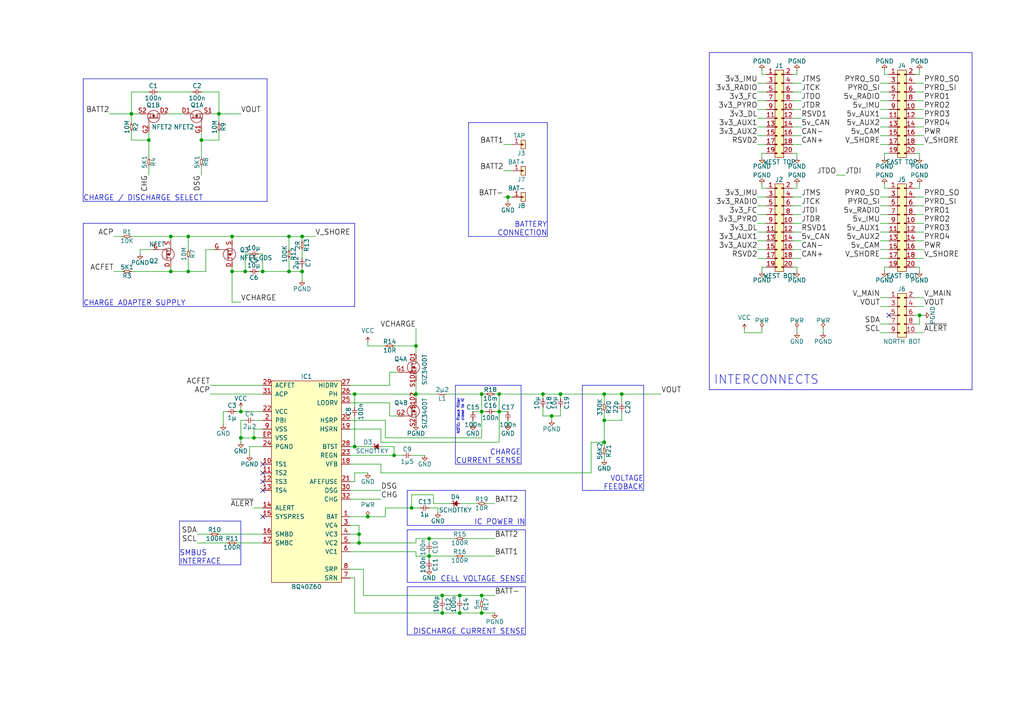
<source format=kicad_sch>
(kicad_sch (version 20230121) (generator eeschema)
  (paper "A4")
  (title_block (title "M3PSU Li-Ion Charger Board") (date "2017-01-07") (rev "2") (company "CU Spaceflight") (comment 1 "Drawn By: J Wood"))
  (junction (at 43.18 40.64))
  (junction (at 54.61 78.74))
  (junction (at 49.53 68.58))
  (junction (at 83.82 68.58))
  (junction (at 104.14 157.48))
  (junction (at 67.31 78.74))
  (junction (at 67.31 68.58))
  (junction (at 63.5 33.02))
  (junction (at 120.65 100.33))
  (junction (at 175.26 121.92))
  (junction (at 49.53 78.74))
  (junction (at 87.63 68.58))
  (junction (at 119.38 147.32))
  (junction (at 38.1 33.02))
  (junction (at 180.34 114.3))
  (junction (at 102.87 129.54))
  (junction (at 139.7 177.8))
  (junction (at 175.26 128.27))
  (junction (at 114.3 132.08))
  (junction (at 69.85 119.38))
  (junction (at 120.65 114.3))
  (junction (at 76.2 78.74))
  (junction (at 144.78 119.38))
  (junction (at 157.48 114.3))
  (junction (at 54.61 68.58))
  (junction (at 73.66 127))
  (junction (at 133.35 172.72))
  (junction (at 71.12 78.74))
  (junction (at 102.87 114.3))
  (junction (at 87.63 78.74))
  (junction (at 124.46 156.21))
  (junction (at 160.02 120.65))
  (junction (at 83.82 78.74))
  (junction (at 128.27 172.72))
  (junction (at 106.68 149.86))
  (junction (at 133.35 177.8))
  (junction (at 266.7 91.44))
  (junction (at 139.7 114.3))
  (junction (at 124.46 161.29))
  (junction (at 144.78 114.3))
  (junction (at 162.56 114.3))
  (junction (at 58.42 40.64))
  (junction (at 104.14 154.94))
  (junction (at 128.27 177.8))
  (junction (at 175.26 114.3))
  (junction (at 139.7 172.72))
  (junction (at 69.85 127))
  (junction (at 139.7 119.38))
  (junction (at 147.32 57.15))
  (no_connect (at 76.2 134.62))
  (no_connect (at 76.2 139.7))
  (no_connect (at 76.2 142.24))
  (no_connect (at 257.81 91.44))
  (no_connect (at 76.2 149.86))
  (no_connect (at 76.2 137.16))
  (wire (pts (xy 256.54 54.61) (xy 256.54 53.34)))
  (wire (pts (xy 220.98 54.61) (xy 222.25 54.61)))
  (wire (pts (xy 222.25 67.31) (xy 219.71 67.31)))
  (wire (pts (xy 119.38 147.32) (xy 121.92 147.32)))
  (wire (pts (xy 76.2 147.32) (xy 73.66 147.32)))
  (wire (pts (xy 231.14 21.59) (xy 231.14 20.32)))
  (wire (pts (xy 242.57 50.8) (xy 245.11 50.8)))
  (wire (pts (xy 255.27 69.85) (xy 257.81 69.85)))
  (wire (pts (xy 125.73 143.51) (xy 119.38 143.51)))
  (wire (pts (xy 101.6 124.46) (xy 110.49 124.46)))
  (wire (pts (xy 114.3 132.08) (xy 116.84 132.08)))
  (wire (pts (xy 222.25 57.15) (xy 219.71 57.15)))
  (wire (pts (xy 35.56 78.74) (xy 33.02 78.74)))
  (wire (pts (xy 266.7 44.45) (xy 266.7 45.72)))
  (wire (pts (xy 38.1 78.74) (xy 49.53 78.74)))
  (wire (pts (xy 76.2 129.54) (xy 72.39 129.54)))
  (wire (pts (xy 124.46 147.32) (xy 127 147.32)))
  (wire (pts (xy 102.87 118.11) (xy 102.87 114.3)))
  (wire (pts (xy 110.49 128.27) (xy 144.78 128.27)))
  (wire (pts (xy 104.14 152.4) (xy 104.14 154.94)))
  (wire (pts (xy 265.43 91.44) (xy 266.7 91.44)))
  (wire (pts (xy 120.65 95.25) (xy 120.65 100.33)))
  (wire (pts (xy 69.85 127) (xy 69.85 128.27)))
  (wire (pts (xy 147.32 57.15) (xy 148.59 57.15)))
  (wire (pts (xy 101.6 116.84) (xy 113.03 116.84)))
  (wire (pts (xy 104.14 154.94) (xy 104.14 157.48)))
  (wire (pts (xy 229.87 24.13) (xy 232.41 24.13)))
  (wire (pts (xy 238.76 95.25) (xy 238.76 96.52)))
  (wire (pts (xy 146.05 49.53) (xy 148.59 49.53)))
  (wire (pts (xy 257.81 86.36) (xy 255.27 86.36)))
  (wire (pts (xy 67.31 68.58) (xy 67.31 69.85)))
  (wire (pts (xy 222.25 24.13) (xy 219.71 24.13)))
  (wire (pts (xy 229.87 57.15) (xy 232.41 57.15)))
  (wire (pts (xy 265.43 86.36) (xy 267.97 86.36)))
  (wire (pts (xy 72.39 73.66) (xy 71.12 73.66)))
  (wire (pts (xy 87.63 77.47) (xy 87.63 78.74)))
  (wire (pts (xy 175.26 119.38) (xy 175.26 121.92)))
  (polyline (pts (xy 77.47 58.42) (xy 24.13 58.42)))
  (wire (pts (xy 76.2 78.74) (xy 83.82 78.74)))
  (wire (pts (xy 113.03 107.95) (xy 115.57 107.95)))
  (wire (pts (xy 38.1 33.02) (xy 40.64 33.02)))
  (wire (pts (xy 49.53 69.85) (xy 49.53 68.58)))
  (polyline (pts (xy 168.91 142.24) (xy 168.91 111.76)))
  (wire (pts (xy 139.7 119.38) (xy 140.97 119.38)))
  (wire (pts (xy 87.63 68.58) (xy 91.44 68.58)))
  (wire (pts (xy 265.43 41.91) (xy 267.97 41.91)))
  (wire (pts (xy 111.76 121.92) (xy 101.6 121.92)))
  (wire (pts (xy 67.31 77.47) (xy 67.31 78.74)))
  (polyline (pts (xy 158.75 68.58) (xy 135.89 68.58)))
  (wire (pts (xy 160.02 120.65) (xy 160.02 121.92)))
  (wire (pts (xy 73.66 124.46) (xy 73.66 127)))
  (wire (pts (xy 111.76 127) (xy 111.76 121.92)))
  (wire (pts (xy 255.27 59.69) (xy 257.81 59.69)))
  (wire (pts (xy 222.25 26.67) (xy 219.71 26.67)))
  (wire (pts (xy 63.5 33.02) (xy 63.5 35.56)))
  (wire (pts (xy 257.81 34.29) (xy 255.27 34.29)))
  (wire (pts (xy 71.12 121.92) (xy 69.85 121.92)))
  (wire (pts (xy 265.43 96.52) (xy 267.97 96.52)))
  (wire (pts (xy 231.14 44.45) (xy 231.14 45.72)))
  (wire (pts (xy 255.27 64.77) (xy 257.81 64.77)))
  (polyline (pts (xy 77.47 22.86) (xy 77.47 58.42)))
  (wire (pts (xy 69.85 119.38) (xy 76.2 119.38)))
  (wire (pts (xy 101.6 132.08) (xy 114.3 132.08)))
  (wire (pts (xy 76.2 114.3) (xy 60.96 114.3)))
  (polyline (pts (xy 152.4 152.4) (xy 152.4 142.24)))
  (wire (pts (xy 73.66 127) (xy 76.2 127)))
  (polyline (pts (xy 152.4 168.91) (xy 118.11 168.91)))
  (wire (pts (xy 54.61 68.58) (xy 54.61 72.39)))
  (wire (pts (xy 171.45 137.16) (xy 171.45 128.27)))
  (wire (pts (xy 101.6 149.86) (xy 106.68 149.86)))
  (wire (pts (xy 101.6 144.78) (xy 110.49 144.78)))
  (wire (pts (xy 229.87 29.21) (xy 232.41 29.21)))
  (wire (pts (xy 229.87 21.59) (xy 231.14 21.59)))
  (wire (pts (xy 180.34 119.38) (xy 180.34 121.92)))
  (wire (pts (xy 83.82 68.58) (xy 83.82 72.39)))
  (wire (pts (xy 265.43 36.83) (xy 267.97 36.83)))
  (wire (pts (xy 222.25 41.91) (xy 219.71 41.91)))
  (wire (pts (xy 71.12 73.66) (xy 71.12 78.74)))
  (wire (pts (xy 220.98 44.45) (xy 220.98 45.72)))
  (polyline (pts (xy 132.08 134.62) (xy 132.08 111.76)))
  (wire (pts (xy 133.35 146.05) (xy 138.43 146.05)))
  (wire (pts (xy 257.81 24.13) (xy 255.27 24.13)))
  (wire (pts (xy 101.6 129.54) (xy 102.87 129.54)))
  (wire (pts (xy 101.6 157.48) (xy 104.14 157.48)))
  (wire (pts (xy 128.27 172.72) (xy 128.27 173.99)))
  (wire (pts (xy 257.81 39.37) (xy 255.27 39.37)))
  (wire (pts (xy 229.87 26.67) (xy 232.41 26.67)))
  (wire (pts (xy 43.18 38.1) (xy 43.18 40.64)))
  (wire (pts (xy 102.87 177.8) (xy 128.27 177.8)))
  (wire (pts (xy 55.88 26.67) (xy 45.72 26.67)))
  (wire (pts (xy 68.58 157.48) (xy 76.2 157.48)))
  (wire (pts (xy 157.48 114.3) (xy 162.56 114.3)))
  (wire (pts (xy 257.81 29.21) (xy 255.27 29.21)))
  (wire (pts (xy 146.05 41.91) (xy 148.59 41.91)))
  (wire (pts (xy 125.73 146.05) (xy 125.73 143.51)))
  (wire (pts (xy 139.7 172.72) (xy 143.51 172.72)))
  (wire (pts (xy 266.7 91.44) (xy 267.97 91.44)))
  (wire (pts (xy 67.31 68.58) (xy 83.82 68.58)))
  (wire (pts (xy 222.25 59.69) (xy 219.71 59.69)))
  (wire (pts (xy 220.98 77.47) (xy 220.98 78.74)))
  (wire (pts (xy 134.62 161.29) (xy 143.51 161.29)))
  (wire (pts (xy 175.26 121.92) (xy 175.26 128.27)))
  (wire (pts (xy 180.34 114.3) (xy 191.77 114.3)))
  (wire (pts (xy 133.35 172.72) (xy 139.7 172.72)))
  (wire (pts (xy 71.12 78.74) (xy 72.39 78.74)))
  (wire (pts (xy 180.34 114.3) (xy 180.34 116.84)))
  (wire (pts (xy 60.96 33.02) (xy 63.5 33.02)))
  (polyline (pts (xy 152.4 184.15) (xy 152.4 170.18)))
  (wire (pts (xy 222.25 34.29) (xy 219.71 34.29)))
  (wire (pts (xy 257.81 21.59) (xy 256.54 21.59)))
  (wire (pts (xy 137.16 121.92) (xy 137.16 123.19)))
  (wire (pts (xy 69.85 119.38) (xy 69.85 118.11)))
  (wire (pts (xy 83.82 78.74) (xy 87.63 78.74)))
  (polyline (pts (xy 205.74 113.03) (xy 281.94 113.03)))
  (polyline (pts (xy 52.07 163.83) (xy 52.07 151.13)))
  (wire (pts (xy 104.14 154.94) (xy 101.6 154.94)))
  (wire (pts (xy 67.31 78.74) (xy 67.31 87.63)))
  (polyline (pts (xy 24.13 64.77) (xy 102.87 64.77)))
  (polyline (pts (xy 69.85 163.83) (xy 52.07 163.83)))
  (wire (pts (xy 49.53 68.58) (xy 54.61 68.58)))
  (wire (pts (xy 265.43 54.61) (xy 266.7 54.61)))
  (wire (pts (xy 265.43 88.9) (xy 267.97 88.9)))
  (wire (pts (xy 146.05 57.15) (xy 147.32 57.15)))
  (wire (pts (xy 231.14 95.25) (xy 231.14 96.52)))
  (wire (pts (xy 113.03 111.76) (xy 113.03 107.95)))
  (polyline (pts (xy 152.4 142.24) (xy 118.11 142.24)))
  (wire (pts (xy 143.51 114.3) (xy 144.78 114.3)))
  (wire (pts (xy 76.2 111.76) (xy 60.96 111.76)))
  (wire (pts (xy 38.1 33.02) (xy 38.1 35.56)))
  (polyline (pts (xy 118.11 152.4) (xy 152.4 152.4)))
  (wire (pts (xy 144.78 119.38) (xy 147.32 119.38)))
  (wire (pts (xy 175.26 114.3) (xy 175.26 116.84)))
  (wire (pts (xy 175.26 132.08) (xy 175.26 133.35)))
  (polyline (pts (xy 152.4 153.67) (xy 152.4 168.91)))
  (wire (pts (xy 128.27 176.53) (xy 128.27 177.8)))
  (wire (pts (xy 101.6 165.1) (xy 105.41 165.1)))
  (wire (pts (xy 54.61 78.74) (xy 54.61 74.93)))
  (polyline (pts (xy 132.08 111.76) (xy 151.13 111.76)))
  (wire (pts (xy 229.87 62.23) (xy 232.41 62.23)))
  (wire (pts (xy 180.34 121.92) (xy 175.26 121.92)))
  (wire (pts (xy 54.61 78.74) (xy 59.69 78.74)))
  (wire (pts (xy 139.7 119.38) (xy 139.7 127)))
  (wire (pts (xy 43.18 26.67) (xy 38.1 26.67)))
  (wire (pts (xy 74.93 73.66) (xy 76.2 73.66)))
  (wire (pts (xy 229.87 69.85) (xy 232.41 69.85)))
  (wire (pts (xy 68.58 119.38) (xy 69.85 119.38)))
  (wire (pts (xy 59.69 72.39) (xy 59.69 78.74)))
  (wire (pts (xy 229.87 67.31) (xy 232.41 67.31)))
  (wire (pts (xy 63.5 154.94) (xy 76.2 154.94)))
  (wire (pts (xy 229.87 44.45) (xy 231.14 44.45)))
  (wire (pts (xy 265.43 24.13) (xy 267.97 24.13)))
  (wire (pts (xy 83.82 68.58) (xy 87.63 68.58)))
  (wire (pts (xy 257.81 88.9) (xy 255.27 88.9)))
  (polyline (pts (xy 151.13 111.76) (xy 151.13 134.62)))
  (wire (pts (xy 222.25 64.77) (xy 219.71 64.77)))
  (wire (pts (xy 123.19 132.08) (xy 119.38 132.08)))
  (wire (pts (xy 257.81 72.39) (xy 255.27 72.39)))
  (polyline (pts (xy 118.11 170.18) (xy 118.11 184.15)))
  (polyline (pts (xy 205.74 15.24) (xy 205.74 113.03)))
  (wire (pts (xy 120.65 157.48) (xy 120.65 156.21)))
  (wire (pts (xy 66.04 157.48) (xy 57.15 157.48)))
  (wire (pts (xy 220.98 21.59) (xy 222.25 21.59)))
  (wire (pts (xy 257.81 67.31) (xy 255.27 67.31)))
  (polyline (pts (xy 152.4 170.18) (xy 118.11 170.18)))
  (wire (pts (xy 157.48 118.11) (xy 157.48 120.65)))
  (wire (pts (xy 219.71 39.37) (xy 222.25 39.37)))
  (wire (pts (xy 67.31 78.74) (xy 71.12 78.74)))
  (wire (pts (xy 113.03 116.84) (xy 113.03 120.65)))
  (wire (pts (xy 139.7 176.53) (xy 139.7 177.8)))
  (wire (pts (xy 69.85 121.92) (xy 69.85 127)))
  (wire (pts (xy 60.96 154.94) (xy 57.15 154.94)))
  (polyline (pts (xy 118.11 168.91) (xy 118.11 153.67)))
  (wire (pts (xy 110.49 129.54) (xy 114.3 129.54)))
  (wire (pts (xy 38.1 68.58) (xy 49.53 68.58)))
  (wire (pts (xy 63.5 33.02) (xy 69.85 33.02)))
  (wire (pts (xy 140.97 146.05) (xy 143.51 146.05)))
  (wire (pts (xy 171.45 128.27) (xy 175.26 128.27)))
  (wire (pts (xy 111.76 149.86) (xy 111.76 147.32)))
  (wire (pts (xy 255.27 36.83) (xy 257.81 36.83)))
  (wire (pts (xy 267.97 59.69) (xy 265.43 59.69)))
  (wire (pts (xy 128.27 177.8) (xy 133.35 177.8)))
  (wire (pts (xy 111.76 147.32) (xy 119.38 147.32)))
  (wire (pts (xy 69.85 127) (xy 73.66 127)))
  (wire (pts (xy 256.54 21.59) (xy 256.54 20.32)))
  (wire (pts (xy 267.97 39.37) (xy 265.43 39.37)))
  (wire (pts (xy 76.2 124.46) (xy 73.66 124.46)))
  (wire (pts (xy 137.16 119.38) (xy 139.7 119.38)))
  (wire (pts (xy 102.87 129.54) (xy 107.95 129.54)))
  (wire (pts (xy 215.9 95.25) (xy 215.9 96.52)))
  (wire (pts (xy 87.63 72.39) (xy 87.63 74.93)))
  (wire (pts (xy 257.81 96.52) (xy 255.27 96.52)))
  (wire (pts (xy 257.81 57.15) (xy 255.27 57.15)))
  (wire (pts (xy 256.54 44.45) (xy 256.54 45.72)))
  (wire (pts (xy 83.82 78.74) (xy 83.82 74.93)))
  (wire (pts (xy 157.48 114.3) (xy 157.48 115.57)))
  (wire (pts (xy 265.43 69.85) (xy 267.97 69.85)))
  (wire (pts (xy 58.42 48.26) (xy 58.42 50.8)))
  (wire (pts (xy 120.65 110.49) (xy 120.65 114.3)))
  (wire (pts (xy 229.87 59.69) (xy 232.41 59.69)))
  (wire (pts (xy 229.87 36.83) (xy 232.41 36.83)))
  (wire (pts (xy 266.7 54.61) (xy 266.7 53.34)))
  (wire (pts (xy 139.7 177.8) (xy 143.51 177.8)))
  (wire (pts (xy 265.43 57.15) (xy 267.97 57.15)))
  (polyline (pts (xy 102.87 88.9) (xy 24.13 88.9)))
  (wire (pts (xy 101.6 114.3) (xy 102.87 114.3)))
  (wire (pts (xy 58.42 38.1) (xy 58.42 40.64)))
  (wire (pts (xy 101.6 152.4) (xy 104.14 152.4)))
  (wire (pts (xy 40.64 72.39) (xy 44.45 72.39)))
  (polyline (pts (xy 118.11 184.15) (xy 152.4 184.15)))
  (polyline (pts (xy 281.94 15.24) (xy 205.74 15.24)))
  (wire (pts (xy 255.27 74.93) (xy 257.81 74.93)))
  (polyline (pts (xy 186.69 111.76) (xy 186.69 142.24)))
  (wire (pts (xy 257.81 44.45) (xy 256.54 44.45)))
  (wire (pts (xy 124.46 161.29) (xy 132.08 161.29)))
  (wire (pts (xy 266.7 21.59) (xy 266.7 20.32)))
  (wire (pts (xy 215.9 96.52) (xy 220.98 96.52)))
  (wire (pts (xy 58.42 40.64) (xy 58.42 45.72)))
  (wire (pts (xy 267.97 31.75) (xy 265.43 31.75)))
  (wire (pts (xy 143.51 119.38) (xy 144.78 119.38)))
  (wire (pts (xy 54.61 68.58) (xy 67.31 68.58)))
  (polyline (pts (xy 24.13 88.9) (xy 24.13 64.77)))
  (wire (pts (xy 74.93 78.74) (xy 76.2 78.74)))
  (wire (pts (xy 162.56 120.65) (xy 162.56 118.11)))
  (wire (pts (xy 66.04 119.38) (xy 64.77 119.38)))
  (wire (pts (xy 144.78 114.3) (xy 157.48 114.3)))
  (wire (pts (xy 147.32 57.15) (xy 147.32 58.42)))
  (wire (pts (xy 119.38 143.51) (xy 119.38 147.32)))
  (wire (pts (xy 229.87 41.91) (xy 232.41 41.91)))
  (wire (pts (xy 267.97 26.67) (xy 265.43 26.67)))
  (wire (pts (xy 267.97 72.39) (xy 265.43 72.39)))
  (wire (pts (xy 120.65 161.29) (xy 124.46 161.29)))
  (wire (pts (xy 110.49 137.16) (xy 171.45 137.16)))
  (polyline (pts (xy 168.91 111.76) (xy 186.69 111.76)))
  (wire (pts (xy 114.3 100.33) (xy 120.65 100.33)))
  (wire (pts (xy 266.7 93.98) (xy 266.7 91.44)))
  (wire (pts (xy 73.66 121.92) (xy 76.2 121.92)))
  (wire (pts (xy 101.6 142.24) (xy 110.49 142.24)))
  (wire (pts (xy 231.14 54.61) (xy 231.14 53.34)))
  (wire (pts (xy 49.53 78.74) (xy 54.61 78.74)))
  (wire (pts (xy 72.39 129.54) (xy 72.39 132.08)))
  (wire (pts (xy 231.14 77.47) (xy 231.14 78.74)))
  (wire (pts (xy 120.65 156.21) (xy 124.46 156.21)))
  (wire (pts (xy 229.87 72.39) (xy 232.41 72.39)))
  (wire (pts (xy 133.35 176.53) (xy 133.35 177.8)))
  (polyline (pts (xy 281.94 113.03) (xy 281.94 15.24)))
  (wire (pts (xy 222.25 44.45) (xy 220.98 44.45)))
  (polyline (pts (xy 118.11 142.24) (xy 118.11 152.4)))
  (wire (pts (xy 265.43 21.59) (xy 266.7 21.59)))
  (wire (pts (xy 110.49 134.62) (xy 110.49 137.16)))
  (wire (pts (xy 256.54 77.47) (xy 256.54 78.74)))
  (wire (pts (xy 162.56 114.3) (xy 162.56 115.57)))
  (wire (pts (xy 222.25 69.85) (xy 219.71 69.85)))
  (wire (pts (xy 162.56 114.3) (xy 175.26 114.3)))
  (wire (pts (xy 120.65 114.3) (xy 120.65 115.57)))
  (wire (pts (xy 229.87 64.77) (xy 232.41 64.77)))
  (wire (pts (xy 101.6 111.76) (xy 113.03 111.76)))
  (wire (pts (xy 220.98 96.52) (xy 220.98 95.25)))
  (wire (pts (xy 139.7 114.3) (xy 139.7 119.38)))
  (wire (pts (xy 43.18 48.26) (xy 43.18 50.8)))
  (wire (pts (xy 133.35 172.72) (xy 133.35 173.99)))
  (wire (pts (xy 35.56 68.58) (xy 33.02 68.58)))
  (polyline (pts (xy 118.11 153.67) (xy 152.4 153.67)))
  (wire (pts (xy 222.25 74.93) (xy 219.71 74.93)))
  (wire (pts (xy 124.46 161.29) (xy 124.46 162.56)))
  (wire (pts (xy 220.98 53.34) (xy 220.98 54.61)))
  (polyline (pts (xy 24.13 58.42) (xy 24.13 22.86)))
  (wire (pts (xy 139.7 172.72) (xy 139.7 173.99)))
  (wire (pts (xy 31.75 33.02) (xy 38.1 33.02)))
  (wire (pts (xy 267.97 64.77) (xy 265.43 64.77)))
  (polyline (pts (xy 24.13 22.86) (xy 77.47 22.86)))
  (wire (pts (xy 229.87 39.37) (xy 232.41 39.37)))
  (wire (pts (xy 144.78 114.3) (xy 144.78 119.38)))
  (wire (pts (xy 87.63 68.58) (xy 87.63 69.85)))
  (wire (pts (xy 130.81 146.05) (xy 125.73 146.05)))
  (wire (pts (xy 63.5 26.67) (xy 63.5 33.02)))
  (wire (pts (xy 265.43 44.45) (xy 266.7 44.45)))
  (polyline (pts (xy 52.07 151.13) (xy 69.85 151.13)))
  (wire (pts (xy 257.81 93.98) (xy 255.27 93.98)))
  (wire (pts (xy 255.27 31.75) (xy 257.81 31.75)))
  (wire (pts (xy 255.27 26.67) (xy 257.81 26.67)))
  (wire (pts (xy 63.5 40.64) (xy 58.42 40.64)))
  (wire (pts (xy 67.31 87.63) (xy 69.85 87.63)))
  (wire (pts (xy 255.27 41.91) (xy 257.81 41.91)))
  (wire (pts (xy 102.87 114.3) (xy 120.65 114.3)))
  (wire (pts (xy 106.68 99.06) (xy 106.68 100.33)))
  (wire (pts (xy 64.77 119.38) (xy 64.77 123.19)))
  (polyline (pts (xy 135.89 68.58) (xy 135.89 35.56)))
  (wire (pts (xy 105.41 165.1) (xy 105.41 172.72)))
  (wire (pts (xy 62.23 72.39) (xy 59.69 72.39)))
  (wire (pts (xy 175.26 128.27) (xy 175.26 129.54)))
  (polyline (pts (xy 151.13 134.62) (xy 132.08 134.62)))
  (wire (pts (xy 124.46 157.48) (xy 124.46 156.21)))
  (wire (pts (xy 257.81 62.23) (xy 255.27 62.23)))
  (wire (pts (xy 144.78 119.38) (xy 144.78 128.27)))
  (wire (pts (xy 43.18 40.64) (xy 43.18 45.72)))
  (wire (pts (xy 139.7 127) (xy 111.76 127)))
  (wire (pts (xy 101.6 139.7) (xy 102.87 139.7)))
  (wire (pts (xy 124.46 156.21) (xy 132.08 156.21)))
  (wire (pts (xy 229.87 54.61) (xy 231.14 54.61)))
  (wire (pts (xy 102.87 137.16) (xy 106.68 137.16)))
  (wire (pts (xy 157.48 120.65) (xy 160.02 120.65)))
  (wire (pts (xy 40.64 73.66) (xy 40.64 72.39)))
  (wire (pts (xy 229.87 34.29) (xy 232.41 34.29)))
  (wire (pts (xy 257.81 54.61) (xy 256.54 54.61)))
  (wire (pts (xy 38.1 40.64) (xy 43.18 40.64)))
  (wire (pts (xy 265.43 29.21) (xy 267.97 29.21)))
  (wire (pts (xy 229.87 77.47) (xy 231.14 77.47)))
  (wire (pts (xy 257.81 77.47) (xy 256.54 77.47)))
  (wire (pts (xy 222.25 62.23) (xy 219.71 62.23)))
  (polyline (pts (xy 186.69 142.24) (xy 168.91 142.24)))
  (wire (pts (xy 265.43 67.31) (xy 267.97 67.31)))
  (wire (pts (xy 120.65 114.3) (xy 127 114.3)))
  (wire (pts (xy 143.51 156.21) (xy 134.62 156.21)))
  (wire (pts (xy 105.41 172.72) (xy 128.27 172.72)))
  (polyline (pts (xy 69.85 151.13) (xy 69.85 163.83)))
  (wire (pts (xy 129.54 114.3) (xy 139.7 114.3)))
  (wire (pts (xy 265.43 93.98) (xy 266.7 93.98)))
  (wire (pts (xy 160.02 120.65) (xy 162.56 120.65)))
  (wire (pts (xy 222.25 36.83) (xy 219.71 36.83)))
  (wire (pts (xy 87.63 78.74) (xy 87.63 81.28)))
  (wire (pts (xy 220.98 20.32) (xy 220.98 21.59)))
  (wire (pts (xy 38.1 26.67) (xy 38.1 33.02)))
  (wire (pts (xy 58.42 26.67) (xy 63.5 26.67)))
  (wire (pts (xy 219.71 72.39) (xy 222.25 72.39)))
  (wire (pts (xy 110.49 124.46) (xy 110.49 128.27)))
  (wire (pts (xy 106.68 149.86) (xy 111.76 149.86)))
  (wire (pts (xy 229.87 31.75) (xy 232.41 31.75)))
  (wire (pts (xy 128.27 172.72) (xy 133.35 172.72)))
  (wire (pts (xy 265.43 34.29) (xy 267.97 34.29)))
  (polyline (pts (xy 135.89 35.56) (xy 158.75 35.56)))
  (wire (pts (xy 222.25 31.75) (xy 219.71 31.75)))
  (wire (pts (xy 76.2 73.66) (xy 76.2 78.74)))
  (wire (pts (xy 133.35 177.8) (xy 139.7 177.8)))
  (wire (pts (xy 101.6 160.02) (xy 120.65 160.02)))
  (wire (pts (xy 63.5 38.1) (xy 63.5 40.64)))
  (wire (pts (xy 139.7 114.3) (xy 140.97 114.3)))
  (wire (pts (xy 229.87 74.93) (xy 232.41 74.93)))
  (wire (pts (xy 266.7 77.47) (xy 266.7 78.74)))
  (wire (pts (xy 102.87 139.7) (xy 102.87 137.16)))
  (wire (pts (xy 102.87 167.64) (xy 102.87 177.8)))
  (wire (pts (xy 104.14 157.48) (xy 120.65 157.48)))
  (polyline (pts (xy 158.75 35.56) (xy 158.75 68.58)))
  (wire (pts (xy 113.03 120.65) (xy 115.57 120.65)))
  (wire (pts (xy 48.26 33.02) (xy 53.34 33.02)))
  (wire (pts (xy 222.25 29.21) (xy 219.71 29.21)))
  (wire (pts (xy 265.43 62.23) (xy 267.97 62.23)))
  (wire (pts (xy 127 147.32) (xy 127 148.59)))
  (wire (pts (xy 120.65 160.02) (xy 120.65 161.29)))
  (wire (pts (xy 38.1 38.1) (xy 38.1 40.64)))
  (wire (pts (xy 49.53 77.47) (xy 49.53 78.74)))
  (polyline (pts (xy 102.87 64.77) (xy 102.87 88.9)))
  (wire (pts (xy 120.65 100.33) (xy 120.65 102.87)))
  (wire (pts (xy 265.43 74.93) (xy 267.97 74.93)))
  (wire (pts (xy 124.46 160.02) (xy 124.46 161.29)))
  (wire (pts (xy 265.43 77.47) (xy 266.7 77.47)))
  (wire (pts (xy 106.68 100.33) (xy 111.76 100.33)))
  (wire (pts (xy 102.87 129.54) (xy 102.87 120.65)))
  (wire (pts (xy 222.25 77.47) (xy 220.98 77.47)))
  (wire (pts (xy 147.32 121.92) (xy 147.32 123.19)))
  (wire (pts (xy 114.3 129.54) (xy 114.3 132.08)))
  (wire (pts (xy 101.6 134.62) (xy 110.49 134.62)))
  (wire (pts (xy 101.6 167.64) (xy 102.87 167.64)))
  (wire (pts (xy 175.26 114.3) (xy 180.34 114.3)))
  (text "SMBUS\nINTERFACE" (at 52.07 163.83 0) (effects (font (size 1.524 1.524)) (justify left bottom)))
  (text "CELL VOLTAGE SENSE" (at 152.4 168.91 0) (effects (font (size 1.524 1.524)) (justify right bottom)))
  (text "IC POWER IN" (at 152.4 152.4 0) (effects (font (size 1.524 1.524)) (justify right bottom)))
  (text "NOTE: Place filter\nclose to IC" (at 134.62 115.57 90) (effects (font (size 0.762 0.762)) (justify right bottom)))
  (text "VOLTAGE\nFEEDBACK" (at 186.69 142.24 0) (effects (font (size 1.524 1.524)) (justify right bottom)))
  (text "INTERCONNECTS" (at 207.01 111.76 0) (effects (font (size 2.54 2.54)) (justify left bottom)))
  (text "CHARGE\nCURRENT SENSE" (at 151.13 134.62 0) (effects (font (size 1.524 1.524)) (justify right bottom)))
  (text "DISCHARGE CURRENT SENSE" (at 152.4 184.15 0) (effects (font (size 1.524 1.524)) (justify right bottom)))
  (text "CHARGE ADAPTER SUPPLY" (at 24.13 88.9 0) (effects (font (size 1.524 1.524)) (justify left bottom)))
  (text "CHARGE / DISCHARGE SELECT" (at 24.13 58.42 0) (effects (font (size 1.524 1.524)) (justify left bottom)))
  (text "BATTERY\nCONNECTION" (at 158.75 68.58 0) (effects (font (size 1.524 1.524)) (justify right bottom)))
  (label "BATT1" (at 146.05 41.91 180) (effects (font (size 1.524 1.524))))
  (label "3v3_RADIO" (at 219.71 26.67 180) (effects (font (size 1.524 1.524))))
  (label "PYRO_SO" (at 255.27 24.13 180) (effects (font (size 1.524 1.524))))
  (label "3v3_RADIO" (at 219.71 59.69 180) (effects (font (size 1.524 1.524))))
  (label "~{ALERT}" (at 267.97 96.52 0) (effects (font (size 1.524 1.524))))
  (label "3v3_IMU" (at 219.71 24.13 180) (effects (font (size 1.524 1.524))))
  (label "BATT-" (at 143.51 172.72 0) (effects (font (size 1.524 1.524))))
  (label "5v_AUX2" (at 255.27 69.85 180) (effects (font (size 1.524 1.524))))
  (label "SCL" (at 57.15 157.48 180) (effects (font (size 1.524 1.524))))
  (label "V_SHORE" (at 255.27 41.91 180) (effects (font (size 1.524 1.524))))
  (label "VCHARGE" (at 69.85 87.63 0) (effects (font (size 1.524 1.524))))
  (label "CHG" (at 43.18 50.8 270) (effects (font (size 1.524 1.524))))
  (label "BATT2" (at 143.51 146.05 0) (effects (font (size 1.524 1.524))))
  (label "BATT2" (at 146.05 49.53 180) (effects (font (size 1.524 1.524))))
  (label "PYRO1" (at 267.97 29.21 0) (effects (font (size 1.524 1.524))))
  (label "BATT2" (at 143.51 156.21 0) (effects (font (size 1.524 1.524))))
  (label "JTDO" (at 242.57 50.8 180) (effects (font (size 1.524 1.524))))
  (label "3v3_AUX2" (at 219.71 72.39 180) (effects (font (size 1.524 1.524))))
  (label "JTDI" (at 245.11 50.8 0) (effects (font (size 1.524 1.524))))
  (label "V_SHORE" (at 255.27 74.93 180) (effects (font (size 1.524 1.524))))
  (label "V_MAIN" (at 255.27 86.36 180) (effects (font (size 1.524 1.524))))
  (label "SDA" (at 255.27 93.98 180) (effects (font (size 1.524 1.524))))
  (label "CAN+" (at 232.41 74.93 0) (effects (font (size 1.524 1.524))))
  (label "DSG" (at 58.42 50.8 270) (effects (font (size 1.524 1.524))))
  (label "VOUT" (at 69.85 33.02 0) (effects (font (size 1.524 1.524))))
  (label "RSVD2" (at 219.71 74.93 180) (effects (font (size 1.524 1.524))))
  (label "5v_AUX2" (at 255.27 36.83 180) (effects (font (size 1.524 1.524))))
  (label "PYRO_SI" (at 267.97 59.69 0) (effects (font (size 1.524 1.524))))
  (label "5v_CAM" (at 255.27 72.39 180) (effects (font (size 1.524 1.524))))
  (label "5v_IMU" (at 255.27 31.75 180) (effects (font (size 1.524 1.524))))
  (label "5v_CAM" (at 255.27 39.37 180) (effects (font (size 1.524 1.524))))
  (label "V_SHORE" (at 91.44 68.58 0) (effects (font (size 1.524 1.524))))
  (label "ACP" (at 60.96 114.3 180) (effects (font (size 1.524 1.524))))
  (label "JTCK" (at 232.41 59.69 0) (effects (font (size 1.524 1.524))))
  (label "JTMS" (at 232.41 24.13 0) (effects (font (size 1.524 1.524))))
  (label "5v_RADIO" (at 255.27 29.21 180) (effects (font (size 1.524 1.524))))
  (label "RSVD2" (at 219.71 41.91 180) (effects (font (size 1.524 1.524))))
  (label "BATT-" (at 146.05 57.15 180) (effects (font (size 1.524 1.524))))
  (label "PYRO_SO" (at 267.97 57.15 0) (effects (font (size 1.524 1.524))))
  (label "V_SHORE" (at 267.97 41.91 0) (effects (font (size 1.524 1.524))))
  (label "SDA" (at 57.15 154.94 180) (effects (font (size 1.524 1.524))))
  (label "PWR" (at 267.97 39.37 0) (effects (font (size 1.524 1.524))))
  (label "5v_IMU" (at 255.27 64.77 180) (effects (font (size 1.524 1.524))))
  (label "3v3_AUX1" (at 219.71 36.83 180) (effects (font (size 1.524 1.524))))
  (label "PYRO2" (at 267.97 31.75 0) (effects (font (size 1.524 1.524))))
  (label "PYRO3" (at 267.97 67.31 0) (effects (font (size 1.524 1.524))))
  (label "PYRO_SI" (at 267.97 26.67 0) (effects (font (size 1.524 1.524))))
  (label "JTDO" (at 232.41 29.21 0) (effects (font (size 1.524 1.524))))
  (label "JTDI" (at 232.41 62.23 0) (effects (font (size 1.524 1.524))))
  (label "V_SHORE" (at 267.97 74.93 0) (effects (font (size 1.524 1.524))))
  (label "ACFET" (at 33.02 78.74 180) (effects (font (size 1.524 1.524))))
  (label "VOUT" (at 191.77 114.3 0) (effects (font (size 1.524 1.524))))
  (label "3v3_PYRO" (at 219.71 64.77 180) (effects (font (size 1.524 1.524))))
  (label "5v_CAN" (at 232.41 36.83 0) (effects (font (size 1.524 1.524))))
  (label "3v3_AUX1" (at 219.71 69.85 180) (effects (font (size 1.524 1.524))))
  (label "PYRO_SO" (at 255.27 57.15 180) (effects (font (size 1.524 1.524))))
  (label "3v3_IMU" (at 219.71 57.15 180) (effects (font (size 1.524 1.524))))
  (label "5v_CAN" (at 232.41 69.85 0) (effects (font (size 1.524 1.524))))
  (label "CHG" (at 110.49 144.78 0) (effects (font (size 1.524 1.524))))
  (label "PYRO_SI" (at 255.27 26.67 180) (effects (font (size 1.524 1.524))))
  (label "3v3_PYRO" (at 219.71 31.75 180) (effects (font (size 1.524 1.524))))
  (label "PYRO2" (at 267.97 64.77 0) (effects (font (size 1.524 1.524))))
  (label "DSG" (at 110.49 142.24 0) (effects (font (size 1.524 1.524))))
  (label "BATT1" (at 143.51 161.29 0) (effects (font (size 1.524 1.524))))
  (label "VOUT" (at 267.97 88.9 0) (effects (font (size 1.524 1.524))))
  (label "3v3_DL" (at 219.71 67.31 180) (effects (font (size 1.524 1.524))))
  (label "5v_AUX1" (at 255.27 67.31 180) (effects (font (size 1.524 1.524))))
  (label "~{ALERT}" (at 73.66 147.32 180) (effects (font (size 1.524 1.524))))
  (label "PYRO_SI" (at 255.27 59.69 180) (effects (font (size 1.524 1.524))))
  (label "5v_RADIO" (at 255.27 62.23 180) (effects (font (size 1.524 1.524))))
  (label "VOUT" (at 255.27 88.9 180) (effects (font (size 1.524 1.524))))
  (label "CAN+" (at 232.41 41.91 0) (effects (font (size 1.524 1.524))))
  (label "PYRO_SO" (at 267.97 24.13 0) (effects (font (size 1.524 1.524))))
  (label "JTCK" (at 232.41 26.67 0) (effects (font (size 1.524 1.524))))
  (label "PYRO3" (at 267.97 34.29 0) (effects (font (size 1.524 1.524))))
  (label "PWR" (at 267.97 72.39 0) (effects (font (size 1.524 1.524))))
  (label "3v3_AUX2" (at 219.71 39.37 180) (effects (font (size 1.524 1.524))))
  (label "ACFET" (at 60.96 111.76 180) (effects (font (size 1.524 1.524))))
  (label "VCHARGE" (at 120.65 95.25 180) (effects (font (size 1.524 1.524))))
  (label "JTDR" (at 232.41 64.77 0) (effects (font (size 1.524 1.524))))
  (label "CAN-" (at 232.41 39.37 0) (effects (font (size 1.524 1.524))))
  (label "PYRO4" (at 267.97 69.85 0) (effects (font (size 1.524 1.524))))
  (label "5v_AUX1" (at 255.27 34.29 180) (effects (font (size 1.524 1.524))))
  (label "SCL" (at 255.27 96.52 180) (effects (font (size 1.524 1.524))))
  (label "RSVD1" (at 232.41 34.29 0) (effects (font (size 1.524 1.524))))
  (label "BATT2" (at 31.75 33.02 180) (effects (font (size 1.524 1.524))))
  (label "RSVD1" (at 232.41 67.31 0) (effects (font (size 1.524 1.524))))
  (label "3v3_FC" (at 219.71 62.23 180) (effects (font (size 1.524 1.524))))
  (label "JTDR" (at 232.41 31.75 0) (effects (font (size 1.524 1.524))))
  (label "JTMS" (at 232.41 57.15 0) (effects (font (size 1.524 1.524))))
  (label "V_MAIN" (at 267.97 86.36 0) (effects (font (size 1.524 1.524))))
  (label "3v3_FC" (at 219.71 29.21 180) (effects (font (size 1.524 1.524))))
  (label "PYRO1" (at 267.97 62.23 0) (effects (font (size 1.524 1.524))))
  (label "3v3_DL" (at 219.71 34.29 180) (effects (font (size 1.524 1.524))))
  (label "CAN-" (at 232.41 72.39 0) (effects (font (size 1.524 1.524))))
  (label "ACP" (at 33.02 68.58 180) (effects (font (size 1.524 1.524))))
  (label "PYRO4" (at 267.97 36.83 0) (effects (font (size 1.524 1.524))))
  (symbol (lib_id "Li-Ion-Charger-Board-rescue:GND") (at 231.14 96.52 0) (unit 1)
    (property "Reference" "#PWR01" (effects hide))
    (property "Value" "GND" (at 231.14 99.06 0))
  )
  (symbol (lib_id "Li-Ion-Charger-Board-rescue:PWR") (at 231.14 95.25 0) (unit 1)
    (property "Reference" "#FLG02" (effects hide))
    (property "Value" "PWR" (at 231.14 92.964 0))
  )
  (symbol (lib_id "Li-Ion-Charger-Board-rescue:CONN_02x10") (at 227.33 21.59 0) (unit 1)
    (property "Reference" "J1" (at 224.79 19.05 0) (effects (justify left)))
    (property "Value" "WEST TOP" (at 226.06 46.99 0))
    (property "Footprint" "agg:TFML-110-02-L-D" (effects hide))
    (property "Samtec" "TFML-110-02-L-D" (effects hide))
  )
  (symbol (lib_id "Li-Ion-Charger-Board-rescue:CONN_02x10") (at 262.89 21.59 0) (unit 1)
    (property "Reference" "J4" (at 260.35 19.05 0) (effects (justify left)))
    (property "Value" "EAST TOP" (at 261.62 46.99 0))
    (property "Footprint" "agg:TFML-110-02-L-D" (effects hide))
    (property "Samtec" "TFML-110-02-L-D" (effects hide))
  )
  (symbol (lib_id "Li-Ion-Charger-Board-rescue:CONN_02x10") (at 227.33 54.61 0) (unit 1)
    (property "Reference" "J2" (at 224.79 52.07 0) (effects (justify left)))
    (property "Value" "WEST BOT" (at 226.06 80.01 0))
    (property "Footprint" "agg:SFML-110-02-L-D-LC" (effects hide))
    (property "Samtec" "SFML-110-02-L-D-LC" (effects hide))
  )
  (symbol (lib_id "Li-Ion-Charger-Board-rescue:CONN_02x10") (at 262.89 54.61 0) (unit 1)
    (property "Reference" "J5" (at 260.35 52.07 0) (effects (justify left)))
    (property "Value" "EAST BOT" (at 261.62 80.01 0))
    (property "Footprint" "agg:SFML-110-02-L-D-LC" (effects hide))
    (property "Samtec" "SFML-110-02-L-D-LC" (effects hide))
  )
  (symbol (lib_id "Li-Ion-Charger-Board-rescue:CONN_02x05") (at 262.89 86.36 0) (unit 1)
    (property "Reference" "J6" (at 260.35 83.82 0) (effects (justify left)))
    (property "Value" "NORTH BOT" (at 261.62 99.06 0))
    (property "Footprint" "agg:SFML-105-02-L-D-LC" (effects hide))
    (property "Samtec" "SFML-105-02-L-D-LC" (effects hide))
  )
  (symbol (lib_id "Li-Ion-Charger-Board-rescue:CONN_01x01") (at 151.13 41.91 180) (unit 1)
    (property "Reference" "J3" (at 152.4 44.45 0) (effects (justify left)))
    (property "Value" "TAP" (at 152.4 39.37 0) (effects (justify left)))
    (property "Footprint" "agg:SIL-254P-01" (effects hide))
  )
  (symbol (lib_id "Li-Ion-Charger-Board-rescue:CONN_01x01") (at 151.13 49.53 180) (unit 1)
    (property "Reference" "J7" (at 152.4 52.07 0) (effects (justify left)))
    (property "Value" "BAT+" (at 152.4 46.99 0) (effects (justify left)))
    (property "Footprint" "agg:SIL-254P-01" (effects hide))
  )
  (symbol (lib_id "Li-Ion-Charger-Board-rescue:CONN_01x01") (at 151.13 57.15 180) (unit 1)
    (property "Reference" "J8" (at 152.4 59.69 0) (effects (justify left)))
    (property "Value" "BAT-" (at 152.4 54.61 0) (effects (justify left)))
    (property "Footprint" "agg:SIL-254P-01" (effects hide))
  )
  (symbol (lib_id "Li-Ion-Charger-Board-rescue:GND") (at 147.32 58.42 0) (unit 1)
    (property "Reference" "#PWR03" (effects hide))
    (property "Value" "GND" (at 147.32 60.96 0))
  )
  (symbol (lib_id "Li-Ion-Charger-Board-rescue:BQ40Z60") (at 88.9 139.7 0) (unit 1)
    (property "Reference" "IC1" (at 88.9 109.22 0))
    (property "Value" "BQ40Z60" (at 88.9 170.18 0))
    (property "Footprint" "agg:QFN-32-EP-TI" (effects hide))
    (property "Datasheet" "http://www.ti.com/lit/ds/symlink/bq40z60.pdf" (effects hide))
    (property "Farnell" "2471154" (effects hide))
  )
  (symbol (lib_id "Li-Ion-Charger-Board-rescue:GND") (at 106.68 137.16 0) (unit 1)
    (property "Reference" "#PWR018" (effects hide))
    (property "Value" "GND" (at 106.68 139.7 0))
  )
  (symbol (lib_id "Li-Ion-Charger-Board-rescue:R") (at 140.97 114.3 0) (unit 1)
    (property "Reference" "R18" (at 142.24 113.03 0))
    (property "Value" "10m" (at 142.24 115.57 0))
    (property "Footprint" "agg:0603" (effects hide))
    (property "Farnell" "2503038" (effects hide))
  )
  (symbol (lib_id "Li-Ion-Charger-Board-rescue:C") (at 157.48 115.57 270) (unit 1)
    (property "Reference" "C18" (at 159.258 116.84 0))
    (property "Value" "10µ" (at 155.702 116.84 0))
    (property "Footprint" "agg:1210" (effects hide))
    (property "Farnell" "1845762" (effects hide))
  )
  (symbol (lib_id "Li-Ion-Charger-Board-rescue:SiZ340DT") (at 120.65 105.41 0) (unit 1)
    (property "Reference" "Q4" (at 114.3 104.14 0) (effects (justify left)))
    (property "Value" "SiZ340DT" (at 123.19 111.76 90) (effects (justify left)))
    (property "Footprint" "agg:PowerPair-3x3" (effects hide))
    (property "Datasheet" "http://www.vishay.com/docs/62877/siz340dt.pdf" (effects hide))
    (property "Farnell" "2422226" (effects hide))
  )
  (symbol (lib_id "Li-Ion-Charger-Board-rescue:SiZ340DT") (at 120.65 118.11 0) (unit 2)
    (property "Reference" "Q4" (at 114.3 116.84 0) (effects (justify left)))
    (property "Value" "SiZ340DT" (at 123.19 124.46 90) (effects (justify left)))
    (property "Footprint" "agg:PowerPair-3x3" (effects hide))
    (property "Datasheet" "http://www.vishay.com/docs/62877/siz340dt.pdf" (effects hide))
    (property "Farnell" "2422226" (effects hide))
  )
  (symbol (lib_id "Li-Ion-Charger-Board-rescue:L") (at 129.54 114.3 180) (unit 1)
    (property "Reference" "L1" (at 128.27 115.57 0))
    (property "Value" "2µ2" (at 128.27 113.03 0))
    (property "Footprint" "agg:SRP5030T" (effects hide))
    (property "Farnell" "2309885" (effects hide))
  )
  (symbol (lib_id "Li-Ion-Charger-Board-rescue:C") (at 180.34 116.84 270) (unit 1)
    (property "Reference" "C20" (at 182.118 118.11 0))
    (property "Value" "22p" (at 178.562 118.11 0))
    (property "Footprint" "agg:0402" (effects hide))
    (property "Farnell" "2496799" (effects hide))
  )
  (symbol (lib_id "Li-Ion-Charger-Board-rescue:R") (at 66.04 157.48 0) (unit 1)
    (property "Reference" "R11" (at 67.31 156.21 0))
    (property "Value" "100R" (at 67.31 158.75 0))
    (property "Footprint" "agg:0402" (effects hide))
    (property "Farnell" "9239111" (effects hide))
  )
  (symbol (lib_id "Li-Ion-Charger-Board-rescue:R") (at 60.96 154.94 0) (unit 1)
    (property "Reference" "R10" (at 62.23 153.67 0))
    (property "Value" "100R" (at 62.23 156.21 0))
    (property "Footprint" "agg:0402" (effects hide))
    (property "Farnell" "9239111" (effects hide))
  )
  (symbol (lib_id "Li-Ion-Charger-Board-rescue:C") (at 71.12 121.92 0) (unit 1)
    (property "Reference" "C4" (at 72.39 120.142 0))
    (property "Value" "2µ2" (at 72.39 123.698 0))
    (property "Footprint" "agg:0805" (effects hide))
    (property "Farnell" "1657931" (effects hide))
  )
  (symbol (lib_id "Li-Ion-Charger-Board-rescue:PGND") (at 120.65 123.19 0) (unit 1)
    (property "Reference" "#PWR011" (effects hide))
    (property "Value" "PGND" (at 120.65 125.73 0))
  )
  (symbol (lib_id "Li-Ion-Charger-Board-rescue:VCC") (at 69.85 118.11 0) (unit 1)
    (property "Reference" "#PWR012" (effects hide))
    (property "Value" "VCC" (at 69.85 115.57 0))
  )
  (symbol (lib_id "Li-Ion-Charger-Board-rescue:VCC") (at 106.68 99.06 0) (unit 1)
    (property "Reference" "#PWR017" (effects hide))
    (property "Value" "VCC" (at 106.68 95.9104 0))
  )
  (symbol (lib_id "Li-Ion-Charger-Board-rescue:NFET2") (at 45.72 33.02 270) (mirror x) (unit 2)
    (property "Reference" "Q1" (at 44.45 30.48 90))
    (property "Value" "NFET2" (at 46.99 36.83 90))
    (property "Footprint" "agg:PowerFLAT-5x6" (effects hide))
    (property "Datasheet" "http://www.st.com/web/en/resource/technical/document/datasheet/CD00279555.pdf" (effects hide))
    (property "Farnell" "2098274" (effects hide))
  )
  (symbol (lib_id "Li-Ion-Charger-Board-rescue:NFET2") (at 55.88 33.02 90) (unit 1)
    (property "Reference" "Q1" (at 57.15 30.48 90))
    (property "Value" "NFET2" (at 53.34 36.83 90))
    (property "Footprint" "agg:PowerFLAT-5x6" (effects hide))
    (property "Datasheet" "http://www.st.com/web/en/resource/technical/document/datasheet/CD00279555.pdf" (effects hide))
    (property "Farnell" "2098274" (effects hide))
  )
  (symbol (lib_id "Li-Ion-Charger-Board-rescue:GND") (at 69.85 128.27 0) (unit 1)
    (property "Reference" "#PWR04" (effects hide))
    (property "Value" "GND" (at 69.85 130.81 0))
  )
  (symbol (lib_id "Li-Ion-Charger-Board-rescue:C") (at 121.92 147.32 0) (unit 1)
    (property "Reference" "C13" (at 123.19 145.542 0))
    (property "Value" "1µ" (at 123.19 149.098 0))
    (property "Footprint" "agg:0402" (effects hide))
    (property "Farnell" "2218855" (effects hide))
  )
  (symbol (lib_id "Li-Ion-Charger-Board-rescue:R") (at 43.18 45.72 270) (unit 1)
    (property "Reference" "R4" (at 44.45 46.99 0))
    (property "Value" "5K1" (at 41.91 46.99 0))
    (property "Footprint" "agg:0402" (effects hide))
    (property "Farnell" "1458805" (effects hide))
  )
  (symbol (lib_id "Li-Ion-Charger-Board-rescue:R") (at 58.42 45.72 270) (unit 1)
    (property "Reference" "R8" (at 59.69 46.99 0))
    (property "Value" "5K1" (at 57.15 46.99 0))
    (property "Footprint" "agg:0402" (effects hide))
    (property "Farnell" "1458805" (effects hide))
  )
  (symbol (lib_id "Li-Ion-Charger-Board-rescue:C") (at 147.32 121.92 90) (unit 1)
    (property "Reference" "C17" (at 147.32 118.11 90))
    (property "Value" "100n" (at 147.32 123.19 90))
    (property "Footprint" "agg:0402" (effects hide))
    (property "Farnell" "2218856" (effects hide))
  )
  (symbol (lib_id "Li-Ion-Charger-Board-rescue:GND") (at 127 148.59 0) (unit 1)
    (property "Reference" "#PWR05" (effects hide))
    (property "Value" "GND" (at 127 151.13 0))
  )
  (symbol (lib_id "Li-Ion-Charger-Board-rescue:C") (at 137.16 121.92 90) (unit 1)
    (property "Reference" "C15" (at 137.16 118.11 90))
    (property "Value" "100n" (at 137.16 123.19 90))
    (property "Footprint" "agg:0402" (effects hide))
    (property "Farnell" "2218856" (effects hide))
  )
  (symbol (lib_id "Li-Ion-Charger-Board-rescue:C") (at 116.84 132.08 0) (unit 1)
    (property "Reference" "C9" (at 118.11 130.302 0))
    (property "Value" "1µ5" (at 118.11 133.858 0))
    (property "Footprint" "agg:0603" (effects hide))
    (property "Farnell" "2211176" (effects hide))
  )
  (symbol (lib_id "Li-Ion-Charger-Board-rescue:R") (at 38.1 35.56 270) (unit 1)
    (property "Reference" "R2" (at 39.37 36.83 0))
    (property "Value" "10M" (at 36.83 36.83 0))
    (property "Footprint" "agg:0402" (effects hide))
    (property "Farnell" "1469670" (effects hide))
  )
  (symbol (lib_id "Li-Ion-Charger-Board-rescue:R") (at 63.5 35.56 270) (unit 1)
    (property "Reference" "R9" (at 64.77 36.83 0))
    (property "Value" "10M" (at 62.23 36.83 0))
    (property "Footprint" "agg:0402" (effects hide))
    (property "Farnell" "1469670" (effects hide))
  )
  (symbol (lib_id "Li-Ion-Charger-Board-rescue:GND") (at 123.19 132.08 0) (unit 1)
    (property "Reference" "#PWR06" (effects hide))
    (property "Value" "GND" (at 123.19 134.62 0))
  )
  (symbol (lib_id "Li-Ion-Charger-Board-rescue:C") (at 43.18 26.67 0) (unit 1)
    (property "Reference" "C1" (at 44.45 24.892 0))
    (property "Value" "100n" (at 44.45 28.448 0))
    (property "Footprint" "agg:0402" (effects hide))
    (property "Farnell" "2218856" (effects hide))
  )
  (symbol (lib_id "Li-Ion-Charger-Board-rescue:C") (at 55.88 26.67 0) (unit 1)
    (property "Reference" "C2" (at 57.15 24.892 0))
    (property "Value" "100n" (at 57.15 28.448 0))
    (property "Footprint" "agg:0402" (effects hide))
    (property "Farnell" "2218856" (effects hide))
  )
  (symbol (lib_id "Li-Ion-Charger-Board-rescue:SCHOTTKY") (at 107.95 129.54 0) (unit 1)
    (property "Reference" "D3" (at 106.68 128.27 0))
    (property "Value" "SCHOTTKY" (at 107.95 130.81 0))
    (property "Footprint" "agg:SOD-323" (effects hide))
    (property "Farnell" "1459033" (effects hide))
  )
  (symbol (lib_id "Li-Ion-Charger-Board-rescue:C") (at 102.87 120.65 90) (unit 1)
    (property "Reference" "C8" (at 101.092 119.38 0))
    (property "Value" "100n" (at 104.648 119.38 0))
    (property "Footprint" "agg:0402" (effects hide))
    (property "Farnell" "2218856" (effects hide))
  )
  (symbol (lib_id "Li-Ion-Charger-Board-rescue:C") (at 140.97 119.38 0) (unit 1)
    (property "Reference" "C16" (at 142.24 117.602 0))
    (property "Value" "100n" (at 142.24 121.158 0))
    (property "Footprint" "agg:0402" (effects hide))
    (property "Farnell" "2218856" (effects hide))
  )
  (symbol (lib_id "Li-Ion-Charger-Board-rescue:GND") (at 137.16 123.19 0) (unit 1)
    (property "Reference" "#PWR013" (effects hide))
    (property "Value" "GND" (at 137.16 125.73 0))
  )
  (symbol (lib_id "Li-Ion-Charger-Board-rescue:GND") (at 147.32 123.19 0) (unit 1)
    (property "Reference" "#PWR014" (effects hide))
    (property "Value" "GND" (at 147.32 125.73 0))
  )
  (symbol (lib_id "Li-Ion-Charger-Board-rescue:GND") (at 124.46 165.1 0) (unit 1)
    (property "Reference" "#PWR07" (effects hide))
    (property "Value" "GND" (at 124.46 167.64 0))
  )
  (symbol (lib_id "Li-Ion-Charger-Board-rescue:C") (at 162.56 115.57 270) (unit 1)
    (property "Reference" "C19" (at 164.338 116.84 0))
    (property "Value" "10µ" (at 160.782 116.84 0))
    (property "Footprint" "agg:1210" (effects hide))
    (property "Farnell" "1845762" (effects hide))
  )
  (symbol (lib_id "Li-Ion-Charger-Board-rescue:PGND") (at 160.02 121.92 0) (unit 1)
    (property "Reference" "#PWR015" (effects hide))
    (property "Value" "PGND" (at 160.02 124.46 0))
  )
  (symbol (lib_id "Li-Ion-Charger-Board-rescue:R") (at 138.43 146.05 0) (unit 1)
    (property "Reference" "R19" (at 139.7 144.78 0))
    (property "Value" "10R" (at 139.7 147.32 0))
    (property "Footprint" "agg:0402" (effects hide))
    (property "Farnell" "1652742" (effects hide))
  )
  (symbol (lib_id "Li-Ion-Charger-Board-rescue:R") (at 132.08 161.29 0) (unit 1)
    (property "Reference" "R16" (at 133.35 160.02 0))
    (property "Value" "100R" (at 133.35 162.56 0))
    (property "Footprint" "agg:0402" (effects hide))
    (property "Farnell" "9239111" (effects hide))
  )
  (symbol (lib_id "Li-Ion-Charger-Board-rescue:R") (at 132.08 156.21 0) (unit 1)
    (property "Reference" "R15" (at 133.35 154.94 0))
    (property "Value" "100R" (at 133.35 157.48 0))
    (property "Footprint" "agg:0402" (effects hide))
    (property "Farnell" "9239111" (effects hide))
  )
  (symbol (lib_id "Li-Ion-Charger-Board-rescue:R") (at 111.76 100.33 0) (unit 1)
    (property "Reference" "R14" (at 113.03 99.06 0))
    (property "Value" "10R" (at 113.03 101.6 0))
    (property "Footprint" "agg:0402" (effects hide))
    (property "Farnell" "1652742" (effects hide))
  )
  (symbol (lib_id "Li-Ion-Charger-Board-rescue:R") (at 35.56 68.58 0) (unit 1)
    (property "Reference" "R1" (at 36.83 67.31 0))
    (property "Value" "10K" (at 36.83 69.85 0))
    (property "Footprint" "agg:0402" (effects hide))
    (property "Farnell" "1469669" (effects hide))
  )
  (symbol (lib_id "Li-Ion-Charger-Board-rescue:R") (at 175.26 116.84 270) (unit 1)
    (property "Reference" "R20" (at 176.53 118.11 0))
    (property "Value" "330K" (at 173.99 118.11 0))
    (property "Footprint" "agg:0402" (effects hide))
    (property "Farnell" "2502450" (effects hide))
  )
  (symbol (lib_id "Li-Ion-Charger-Board-rescue:R") (at 175.26 129.54 270) (unit 1)
    (property "Reference" "R21" (at 176.53 130.81 0))
    (property "Value" "56K2" (at 173.99 130.81 0))
    (property "Footprint" "agg:0402" (effects hide))
    (property "Farnell" "2059175" (effects hide))
  )
  (symbol (lib_id "Li-Ion-Charger-Board-rescue:R") (at 38.1 78.74 180) (unit 1)
    (property "Reference" "R3" (at 36.83 80.01 0))
    (property "Value" "5K1" (at 36.83 77.47 0))
    (property "Footprint" "agg:0402" (effects hide))
    (property "Farnell" "1458805" (effects hide))
  )
  (symbol (lib_id "Li-Ion-Charger-Board-rescue:GND") (at 175.26 133.35 0) (unit 1)
    (property "Reference" "#PWR016" (effects hide))
    (property "Value" "GND" (at 175.26 135.89 0))
  )
  (symbol (lib_id "Li-Ion-Charger-Board-rescue:NFET_GDS") (at 49.53 74.93 0) (mirror x) (unit 1)
    (property "Reference" "Q2" (at 43.18 75.692 0) (effects (justify left)))
    (property "Value" "NFET" (at 43.18 70.866 0) (effects (justify left)))
    (property "Footprint" "agg:SOT-883-B" (effects hide))
    (property "Datasheet" "http://www.nxp.com/documents/data_sheet/PMZB150UNE.pdf" (effects hide))
    (property "Farnell" "2498598" (effects hide))
  )
  (symbol (lib_id "Li-Ion-Charger-Board-rescue:SCHOTTKY") (at 130.81 146.05 0) (unit 1)
    (property "Reference" "D4" (at 132.08 144.145 0))
    (property "Value" "SCHOTTKY" (at 132.08 147.955 0))
    (property "Footprint" "agg:SOD-323" (effects hide))
    (property "Farnell" "1459033" (effects hide))
  )
  (symbol (lib_id "Li-Ion-Charger-Board-rescue:PGND") (at 72.39 132.08 0) (unit 1)
    (property "Reference" "#PWR08" (effects hide))
    (property "Value" "PGND" (at 72.39 134.62 0))
  )
  (symbol (lib_id "Li-Ion-Charger-Board-rescue:PGND") (at 143.51 177.8 0) (unit 1)
    (property "Reference" "#PWR09" (effects hide))
    (property "Value" "PGND" (at 143.51 180.34 0))
  )
  (symbol (lib_id "Li-Ion-Charger-Board-rescue:PGND") (at 256.54 20.32 180) (unit 1)
    (property "Reference" "#PWR026" (effects hide))
    (property "Value" "PGND" (at 256.54 17.78 0))
  )
  (symbol (lib_id "Li-Ion-Charger-Board-rescue:PGND") (at 266.7 20.32 180) (unit 1)
    (property "Reference" "#PWR027" (effects hide))
    (property "Value" "PGND" (at 266.7 17.78 0))
  )
  (symbol (lib_id "Li-Ion-Charger-Board-rescue:PGND") (at 256.54 45.72 0) (unit 1)
    (property "Reference" "#PWR028" (effects hide))
    (property "Value" "PGND" (at 256.54 48.26 0))
  )
  (symbol (lib_id "Li-Ion-Charger-Board-rescue:R") (at 139.7 173.99 270) (unit 1)
    (property "Reference" "R17" (at 140.97 175.26 0))
    (property "Value" "5m" (at 138.43 175.26 0))
    (property "Footprint" "agg:0805" (effects hide))
    (property "Farnell" "2518218" (effects hide))
  )
  (symbol (lib_id "Li-Ion-Charger-Board-rescue:PGND") (at 266.7 45.72 0) (unit 1)
    (property "Reference" "#PWR029" (effects hide))
    (property "Value" "PGND" (at 266.7 48.26 0))
  )
  (symbol (lib_id "Li-Ion-Charger-Board-rescue:PGND") (at 231.14 45.72 0) (unit 1)
    (property "Reference" "#PWR030" (effects hide))
    (property "Value" "PGND" (at 231.14 48.26 0))
  )
  (symbol (lib_id "Li-Ion-Charger-Board-rescue:PGND") (at 220.98 45.72 0) (unit 1)
    (property "Reference" "#PWR031" (effects hide))
    (property "Value" "PGND" (at 220.98 48.26 0))
  )
  (symbol (lib_id "Li-Ion-Charger-Board-rescue:PGND") (at 220.98 20.32 180) (unit 1)
    (property "Reference" "#PWR032" (effects hide))
    (property "Value" "PGND" (at 220.98 17.78 0))
  )
  (symbol (lib_id "Li-Ion-Charger-Board-rescue:PGND") (at 231.14 20.32 180) (unit 1)
    (property "Reference" "#PWR033" (effects hide))
    (property "Value" "PGND" (at 231.14 17.78 0))
  )
  (symbol (lib_id "Li-Ion-Charger-Board-rescue:PGND") (at 231.14 53.34 180) (unit 1)
    (property "Reference" "#PWR034" (effects hide))
    (property "Value" "PGND" (at 231.14 50.8 0))
  )
  (symbol (lib_id "Li-Ion-Charger-Board-rescue:PGND") (at 220.98 53.34 180) (unit 1)
    (property "Reference" "#PWR035" (effects hide))
    (property "Value" "PGND" (at 220.98 50.8 0))
  )
  (symbol (lib_id "Li-Ion-Charger-Board-rescue:PGND") (at 256.54 53.34 180) (unit 1)
    (property "Reference" "#PWR036" (effects hide))
    (property "Value" "PGND" (at 256.54 50.8 0))
  )
  (symbol (lib_id "Li-Ion-Charger-Board-rescue:PGND") (at 266.7 53.34 180) (unit 1)
    (property "Reference" "#PWR037" (effects hide))
    (property "Value" "PGND" (at 266.7 50.8 0))
  )
  (symbol (lib_id "Li-Ion-Charger-Board-rescue:PGND") (at 266.7 78.74 0) (unit 1)
    (property "Reference" "#PWR038" (effects hide))
    (property "Value" "PGND" (at 266.7 81.28 0))
  )
  (symbol (lib_id "Li-Ion-Charger-Board-rescue:PGND") (at 256.54 78.74 0) (unit 1)
    (property "Reference" "#PWR039" (effects hide))
    (property "Value" "PGND" (at 256.54 81.28 0))
  )
  (symbol (lib_id "Li-Ion-Charger-Board-rescue:PGND") (at 231.14 78.74 0) (unit 1)
    (property "Reference" "#PWR040" (effects hide))
    (property "Value" "PGND" (at 231.14 81.28 0))
  )
  (symbol (lib_id "Li-Ion-Charger-Board-rescue:PGND") (at 220.98 78.74 0) (unit 1)
    (property "Reference" "#PWR041" (effects hide))
    (property "Value" "PGND" (at 220.98 81.28 0))
  )
  (symbol (lib_id "Li-Ion-Charger-Board-rescue:C") (at 66.04 119.38 0) (unit 1)
    (property "Reference" "C3" (at 67.31 117.602 0))
    (property "Value" "1µ" (at 67.31 121.158 0))
    (property "Footprint" "agg:0402" (effects hide))
    (property "Farnell" "2218855" (effects hide))
  )
  (symbol (lib_id "Li-Ion-Charger-Board-rescue:GND") (at 64.77 123.19 0) (unit 1)
    (property "Reference" "#PWR010" (effects hide))
    (property "Value" "GND" (at 64.77 125.73 0))
  )
  (symbol (lib_id "Li-Ion-Charger-Board-rescue:R") (at 54.61 72.39 270) (unit 1)
    (property "Reference" "R7" (at 55.88 73.66 0))
    (property "Value" "10M" (at 53.34 73.66 0))
    (property "Footprint" "agg:0402" (effects hide))
    (property "Farnell" "1469670" (effects hide))
  )
  (symbol (lib_id "Li-Ion-Charger-Board-rescue:PGND") (at 40.64 73.66 0) (unit 1)
    (property "Reference" "#PWR019" (effects hide))
    (property "Value" "PGND" (at 40.64 76.2 0))
  )
  (symbol (lib_id "Li-Ion-Charger-Board-rescue:NFET_GDS") (at 67.31 74.93 0) (mirror x) (unit 1)
    (property "Reference" "Q3" (at 69.5198 72.4916 0) (effects (justify left)))
    (property "Value" "NFET_GDS" (at 69.5198 74.803 0) (effects (justify left)))
    (property "Footprint" "agg:SON2x2N" (effects hide))
    (property "Farnell" "2544998" (effects hide))
  )
  (symbol (lib_id "Li-Ion-Charger-Board-rescue:C") (at 133.35 173.99 270) (unit 1)
    (property "Reference" "C14" (at 135.128 175.26 0))
    (property "Value" "100n" (at 131.572 175.26 0))
    (property "Footprint" "agg:0402" (effects hide))
    (property "Farnell" "2218856" (effects hide))
  )
  (symbol (lib_id "Li-Ion-Charger-Board-rescue:C") (at 128.27 173.99 270) (unit 1)
    (property "Reference" "C12" (at 130.048 175.26 0))
    (property "Value" "100p" (at 126.492 175.26 0))
    (property "Footprint" "agg:0402" (effects hide))
    (property "Farnell" "2496792" (effects hide))
  )
  (symbol (lib_id "Li-Ion-Charger-Board-rescue:C") (at 74.93 78.74 180) (unit 1)
    (property "Reference" "C6" (at 73.66 80.518 0))
    (property "Value" "10µ" (at 73.66 76.962 0))
    (property "Footprint" "agg:1210" (effects hide))
    (property "Farnell" "1845762" (effects hide))
  )
  (symbol (lib_id "Li-Ion-Charger-Board-rescue:C") (at 74.93 73.66 180) (unit 1)
    (property "Reference" "C5" (at 73.66 75.438 0))
    (property "Value" "10µ" (at 73.66 71.882 0))
    (property "Footprint" "agg:1210" (effects hide))
    (property "Farnell" "1845762" (effects hide))
  )
  (symbol (lib_id "Li-Ion-Charger-Board-rescue:R") (at 83.82 72.39 270) (unit 1)
    (property "Reference" "R12" (at 85.09 73.66 0))
    (property "Value" "100K" (at 82.55 73.66 0))
    (property "Footprint" "agg:0402" (effects hide))
    (property "Farnell" "9239472" (effects hide))
  )
  (symbol (lib_id "Li-Ion-Charger-Board-rescue:R") (at 87.63 69.85 270) (unit 1)
    (property "Reference" "R13" (at 88.9 71.12 0))
    (property "Value" "2R" (at 86.36 71.12 0))
    (property "Footprint" "agg:0402" (effects hide))
    (property "Farnell" "2059192" (effects hide))
  )
  (symbol (lib_id "Li-Ion-Charger-Board-rescue:PGND") (at 267.97 91.44 90) (unit 1)
    (property "Reference" "#PWR042" (effects hide))
    (property "Value" "PGND" (at 270.51 91.44 0))
  )
  (symbol (lib_id "Li-Ion-Charger-Board-rescue:C") (at 87.63 74.93 270) (unit 1)
    (property "Reference" "C7" (at 89.408 76.2 0))
    (property "Value" "2µ2" (at 85.852 76.2 0))
    (property "Footprint" "agg:0805" (effects hide))
    (property "Farnell" "1657931" (effects hide))
  )
  (symbol (lib_id "Li-Ion-Charger-Board-rescue:PGND") (at 87.63 81.28 0) (unit 1)
    (property "Reference" "#PWR020" (effects hide))
    (property "Value" "PGND" (at 87.63 83.82 0))
  )
  (symbol (lib_id "Li-Ion-Charger-Board-rescue:PWR") (at 238.76 95.25 0) (unit 1)
    (property "Reference" "#FLG021" (effects hide))
    (property "Value" "PWR" (at 238.76 92.964 0))
  )
  (symbol (lib_id "Li-Ion-Charger-Board-rescue:PGND") (at 238.76 96.52 0) (unit 1)
    (property "Reference" "#PWR022" (effects hide))
    (property "Value" "PGND" (at 238.76 99.06 0))
  )
  (symbol (lib_id "Li-Ion-Charger-Board-rescue:PWR") (at 106.68 149.86 0) (unit 1)
    (property "Reference" "#FLG023" (effects hide))
    (property "Value" "PWR" (at 106.68 146.4564 0))
  )
  (symbol (lib_id "Li-Ion-Charger-Board-rescue:VCC") (at 215.9 95.25 0) (unit 1)
    (property "Reference" "#PWR024" (effects hide))
    (property "Value" "VCC" (at 215.9 92.1004 0))
  )
  (symbol (lib_id "Li-Ion-Charger-Board-rescue:PWR") (at 220.98 95.25 0) (unit 1)
    (property "Reference" "#FLG025" (effects hide))
    (property "Value" "PWR" (at 220.98 92.964 0))
  )
  (symbol (lib_id "Li-Ion-Charger-Board-rescue:C") (at 124.46 162.56 270) (unit 1)
    (property "Reference" "C11" (at 126.238 163.83 0))
    (property "Value" "100n" (at 122.682 163.83 0))
    (property "Footprint" "agg:0402" (effects hide))
    (property "Farnell" "2218856" (effects hide))
  )
  (symbol (lib_id "Li-Ion-Charger-Board-rescue:C") (at 124.46 157.48 270) (unit 1)
    (property "Reference" "C10" (at 126.238 158.75 0))
    (property "Value" "100n" (at 122.682 158.75 0))
    (property "Footprint" "agg:0402" (effects hide))
    (property "Farnell" "2218856" (effects hide))
  )
)
</source>
